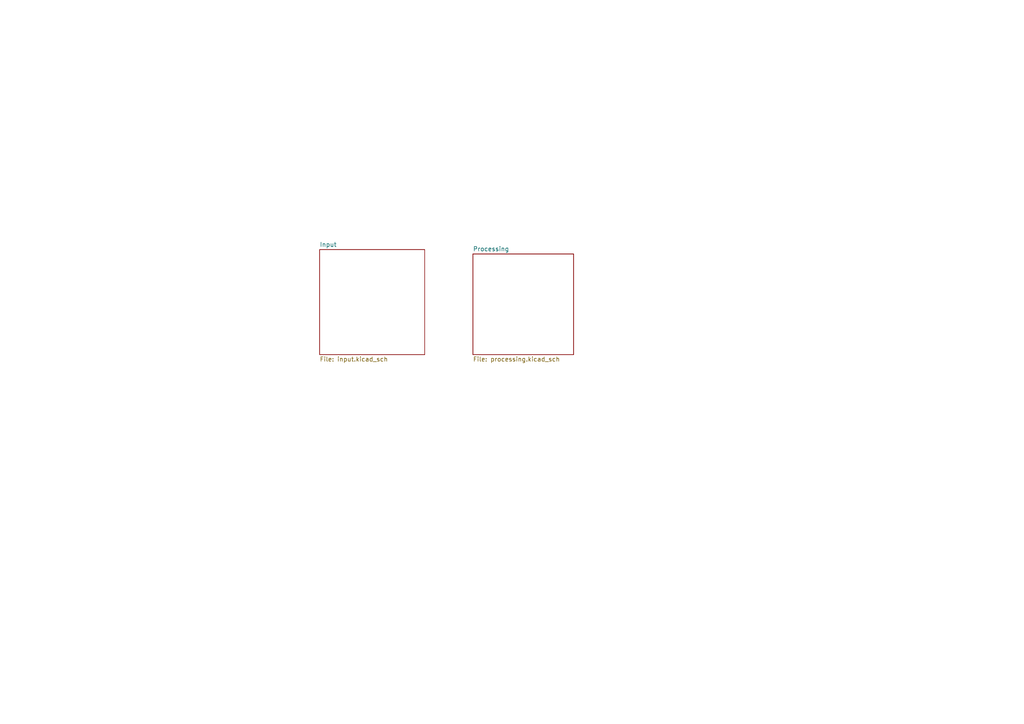
<source format=kicad_sch>
(kicad_sch (version 20211123) (generator eeschema)
  (paper "A4")
  (title_block (title "LumaCode2RGB") (date "2023-09-12") (rev "1"))
  (lib_symbols)
  (sheet (at 92.71 72.39) (size 30.48 30.48) (stroke (width 0.1524))
    (property "Sheet name" "Input" (at 92.71 71.6784 0) (effects (justify left bottom)))
    (property "Sheet file" "input.kicad_sch" (at 92.71 103.4546 0) (effects (justify left top)))
  )
  (sheet (at 137.16 73.66) (size 29.21 29.21) (stroke (width 0.1524))
    (property "Sheet name" "Processing" (at 137.16 72.9484 0) (effects (justify left bottom)))
    (property "Sheet file" "processing.kicad_sch" (at 137.16 103.4546 0) (effects (justify left top)))
  )
)
</source>
